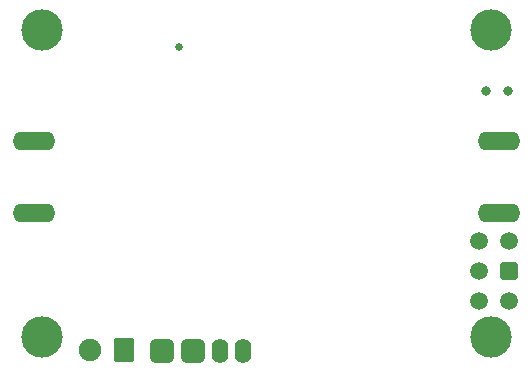
<source format=gbs>
G04*
G04 #@! TF.GenerationSoftware,Altium Limited,Altium Designer,20.1.8 (145)*
G04*
G04 Layer_Color=16711935*
%FSAX44Y44*%
%MOMM*%
G71*
G04*
G04 #@! TF.SameCoordinates,10942F88-9478-473C-A78C-30CC682ACA8F*
G04*
G04*
G04 #@! TF.FilePolarity,Negative*
G04*
G01*
G75*
%ADD51C,1.5000*%
G04:AMPARAMS|DCode=52|XSize=1.5mm|YSize=1.5mm|CornerRadius=0.15mm|HoleSize=0mm|Usage=FLASHONLY|Rotation=180.000|XOffset=0mm|YOffset=0mm|HoleType=Round|Shape=RoundedRectangle|*
%AMROUNDEDRECTD52*
21,1,1.5000,1.2000,0,0,180.0*
21,1,1.2000,1.5000,0,0,180.0*
1,1,0.3000,-0.6000,0.6000*
1,1,0.3000,0.6000,0.6000*
1,1,0.3000,0.6000,-0.6000*
1,1,0.3000,-0.6000,-0.6000*
%
%ADD52ROUNDEDRECTD52*%
G04:AMPARAMS|DCode=53|XSize=1.7mm|YSize=2.1mm|CornerRadius=0.21mm|HoleSize=0mm|Usage=FLASHONLY|Rotation=0.000|XOffset=0mm|YOffset=0mm|HoleType=Round|Shape=RoundedRectangle|*
%AMROUNDEDRECTD53*
21,1,1.7000,1.6800,0,0,0.0*
21,1,1.2800,2.1000,0,0,0.0*
1,1,0.4200,0.6400,-0.8400*
1,1,0.4200,-0.6400,-0.8400*
1,1,0.4200,-0.6400,0.8400*
1,1,0.4200,0.6400,0.8400*
%
%ADD53ROUNDEDRECTD53*%
%ADD54C,1.9000*%
%ADD55O,3.6000X1.6000*%
%ADD56C,0.8000*%
%ADD57C,3.5000*%
G04:AMPARAMS|DCode=58|XSize=1.4mm|YSize=2.1mm|CornerRadius=0.7mm|HoleSize=0mm|Usage=FLASHONLY|Rotation=0.000|XOffset=0mm|YOffset=0mm|HoleType=Round|Shape=RoundedRectangle|*
%AMROUNDEDRECTD58*
21,1,1.4000,0.7000,0,0,0.0*
21,1,0.0000,2.1000,0,0,0.0*
1,1,1.4000,0.0000,-0.3500*
1,1,1.4000,0.0000,-0.3500*
1,1,1.4000,0.0000,0.3500*
1,1,1.4000,0.0000,0.3500*
%
%ADD58ROUNDEDRECTD58*%
G04:AMPARAMS|DCode=59|XSize=2.1mm|YSize=2.1mm|CornerRadius=0.55mm|HoleSize=0mm|Usage=FLASHONLY|Rotation=0.000|XOffset=0mm|YOffset=0mm|HoleType=Round|Shape=RoundedRectangle|*
%AMROUNDEDRECTD59*
21,1,2.1000,1.0000,0,0,0.0*
21,1,1.0000,2.1000,0,0,0.0*
1,1,1.1000,0.5000,-0.5000*
1,1,1.1000,-0.5000,-0.5000*
1,1,1.1000,-0.5000,0.5000*
1,1,1.1000,0.5000,0.5000*
%
%ADD59ROUNDEDRECTD59*%
%ADD66C,0.6700*%
D51*
X00399666Y00111232D02*
D03*
Y00085832D02*
D03*
Y00060432D02*
D03*
X00425066D02*
D03*
Y00111232D02*
D03*
D52*
Y00085832D02*
D03*
D53*
X00099727Y00019020D02*
D03*
D54*
X00070592D02*
D03*
D55*
X00023250Y00195502D02*
D03*
Y00134504D02*
D03*
X00416750Y00195502D02*
D03*
Y00134504D02*
D03*
D56*
X00424384Y00238000D02*
D03*
X00406384D02*
D03*
D57*
X00410000Y00290000D02*
D03*
Y00030000D02*
D03*
X00030000D02*
D03*
Y00290000D02*
D03*
D58*
X00200640Y00017750D02*
D03*
X00180524D02*
D03*
D59*
X00157968D02*
D03*
X00132060Y00018004D02*
D03*
D66*
X00146268Y00275630D02*
D03*
M02*

</source>
